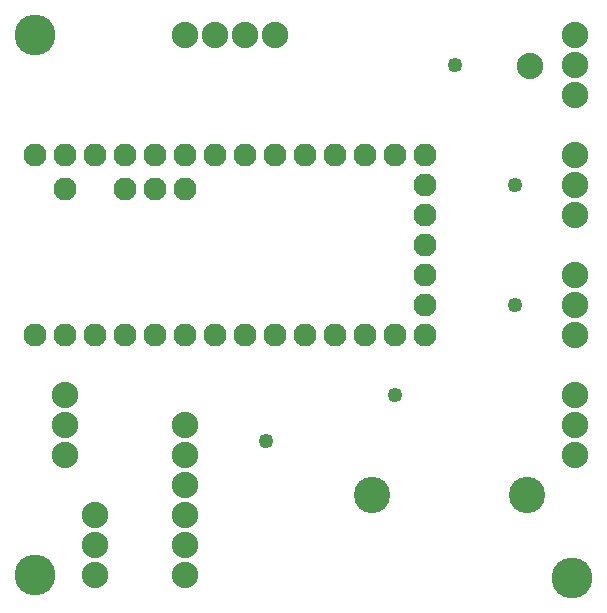
<source format=gbs>
G04 MADE WITH FRITZING*
G04 WWW.FRITZING.ORG*
G04 DOUBLE SIDED*
G04 HOLES PLATED*
G04 CONTOUR ON CENTER OF CONTOUR VECTOR*
%ASAXBY*%
%FSLAX23Y23*%
%MOIN*%
%OFA0B0*%
%SFA1.0B1.0*%
%ADD10C,0.076889*%
%ADD11C,0.088000*%
%ADD12C,0.121000*%
%ADD13C,0.049370*%
%ADD14C,0.135984*%
%LNMASK0*%
G90*
G70*
G54D10*
X1422Y1500D03*
X1322Y1500D03*
X1222Y1500D03*
X1122Y1500D03*
X1022Y1500D03*
X922Y1500D03*
X822Y1500D03*
X722Y1500D03*
X622Y1500D03*
X522Y1500D03*
X422Y1500D03*
X322Y1500D03*
X222Y1500D03*
X122Y1500D03*
X222Y1386D03*
X522Y1386D03*
X422Y1386D03*
X1422Y900D03*
X1322Y900D03*
X1222Y900D03*
X1122Y900D03*
X1022Y900D03*
X922Y900D03*
X822Y900D03*
X722Y900D03*
X622Y900D03*
X522Y900D03*
X422Y900D03*
X322Y900D03*
X222Y900D03*
X122Y900D03*
X622Y1386D03*
X1422Y1100D03*
X1422Y1000D03*
X1422Y1200D03*
X1422Y1400D03*
X1422Y1300D03*
G54D11*
X622Y1900D03*
X722Y1900D03*
X822Y1900D03*
X922Y1900D03*
X1922Y700D03*
X1922Y600D03*
X1922Y500D03*
X1922Y1100D03*
X1922Y1000D03*
X1922Y900D03*
X1922Y1500D03*
X1922Y1400D03*
X1922Y1300D03*
X1922Y1900D03*
X1922Y1800D03*
X1922Y1700D03*
G54D12*
X1763Y364D03*
X1246Y364D03*
G54D11*
X222Y700D03*
X222Y600D03*
X222Y500D03*
X322Y300D03*
X322Y200D03*
X322Y100D03*
X622Y600D03*
X622Y500D03*
X622Y400D03*
X622Y300D03*
X622Y200D03*
X622Y100D03*
G54D13*
X1722Y1000D03*
X1322Y700D03*
X894Y547D03*
X1722Y1400D03*
X1522Y1800D03*
G54D14*
X1914Y89D03*
X122Y100D03*
X122Y1900D03*
G54D11*
X1772Y1797D03*
G04 End of Mask0*
M02*
</source>
